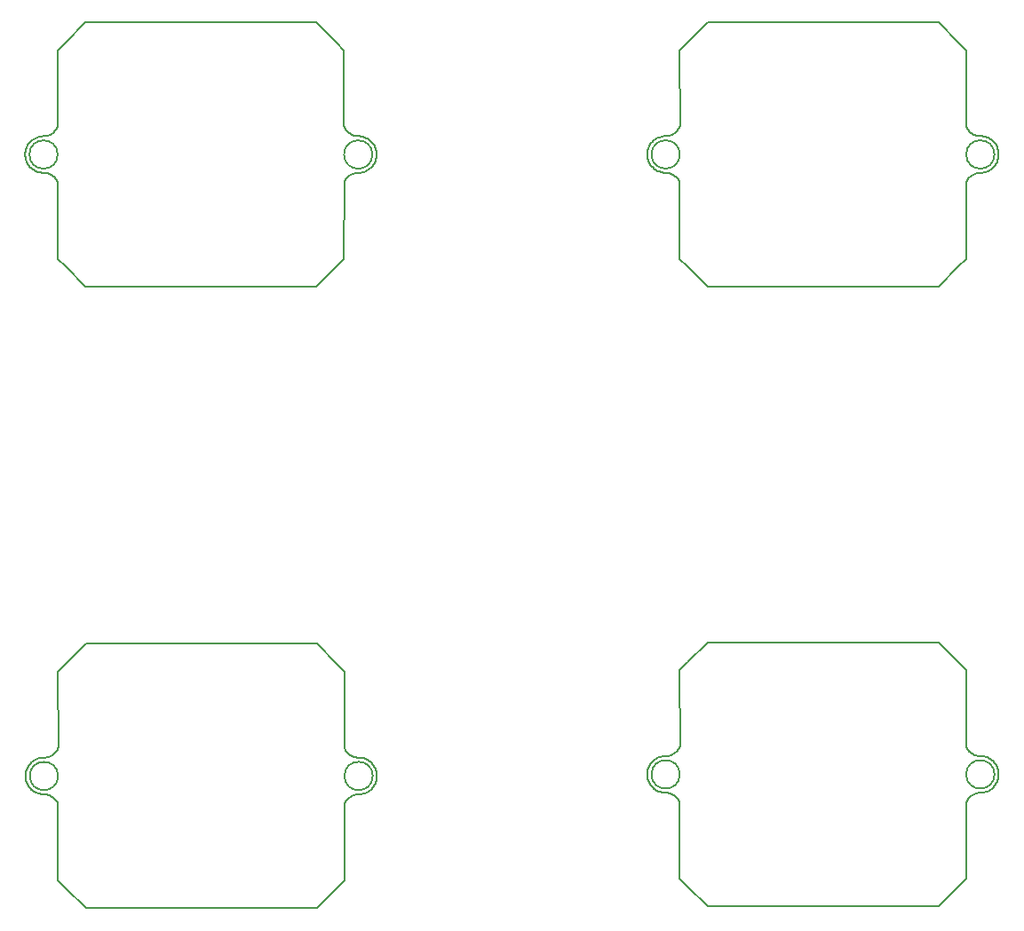
<source format=gm1>
G04 #@! TF.GenerationSoftware,KiCad,Pcbnew,7.0.7*
G04 #@! TF.CreationDate,2023-10-04T16:42:28-06:00*
G04 #@! TF.ProjectId,Modular_Interfaces,4d6f6475-6c61-4725-9f49-6e7465726661,rev?*
G04 #@! TF.SameCoordinates,Original*
G04 #@! TF.FileFunction,Profile,NP*
%FSLAX46Y46*%
G04 Gerber Fmt 4.6, Leading zero omitted, Abs format (unit mm)*
G04 Created by KiCad (PCBNEW 7.0.7) date 2023-10-04 16:42:28*
%MOMM*%
%LPD*%
G01*
G04 APERTURE LIST*
G04 #@! TA.AperFunction,Profile*
%ADD10C,0.150000*%
G04 #@! TD*
G04 #@! TA.AperFunction,Profile*
%ADD11C,0.200000*%
G04 #@! TD*
G04 APERTURE END LIST*
D10*
X139913222Y-113993076D02*
X139971962Y-114073989D01*
X108524830Y-116811199D02*
X108624746Y-116814770D01*
X140239817Y-55728812D02*
X140239754Y-55828799D01*
X167024574Y-113340894D02*
X166936152Y-113387572D01*
X199240713Y-115900237D02*
X199181871Y-115981076D01*
X106783519Y-115212118D02*
X106794984Y-115311445D01*
X166166734Y-56407388D02*
X166205729Y-56499456D01*
X106934810Y-114334955D02*
X106895931Y-114427073D01*
X139780831Y-116282023D02*
X139709061Y-116351639D01*
X137140500Y-65727700D02*
X136390500Y-66477700D01*
X109367809Y-117082702D02*
X109447012Y-117143717D01*
X140259016Y-115311445D02*
X140241897Y-115409955D01*
X107999398Y-57457378D02*
X108096128Y-57482685D01*
X108488330Y-57527699D02*
X108588246Y-57531270D01*
X197725807Y-54019456D02*
X197797000Y-54021200D01*
D11*
X199147000Y-114911200D02*
G75*
G03*
X199147000Y-114911200I-1350000J0D01*
G01*
D10*
X109891789Y-112359596D02*
X109854017Y-112452167D01*
X167303775Y-54092144D02*
X167208686Y-54123053D01*
X166850540Y-113439223D02*
X166768018Y-113495680D01*
X196876988Y-116993717D02*
X196802178Y-117060046D01*
X198476444Y-57383917D02*
X198383230Y-57420089D01*
X139849957Y-113915649D02*
X139913222Y-113993076D01*
X138887026Y-54073215D02*
X138983725Y-54098644D01*
X139635146Y-113706757D02*
X139710691Y-113772256D01*
X106834820Y-115507327D02*
X106863061Y-115603242D01*
X168912450Y-53500151D02*
X168845688Y-53574576D01*
X199529331Y-55523144D02*
X199540670Y-55622485D01*
X107204043Y-113915649D02*
X107140778Y-113993076D01*
X196564130Y-112478444D02*
X196620059Y-112561317D01*
X107940770Y-116710089D02*
X108035898Y-116740878D01*
X198093353Y-57495925D02*
X197994367Y-57510035D01*
X138884872Y-57482685D02*
X138786853Y-57502425D01*
X199460939Y-56313242D02*
X199427266Y-56407388D01*
X199427266Y-56407388D02*
X199388271Y-56499456D01*
X169079974Y-53251924D02*
X169029870Y-53338444D01*
X107629652Y-54254072D02*
X107544040Y-54305723D01*
X167894746Y-57524770D02*
X167994179Y-57535217D01*
X106943418Y-56595648D02*
X106992658Y-56682670D01*
X199546254Y-55822299D02*
X199540481Y-55922118D01*
X137350059Y-112711317D02*
X137411550Y-112790151D01*
X138823353Y-116785925D02*
X138724367Y-116800035D01*
X137125711Y-53076096D02*
X137163483Y-53168667D01*
X166475492Y-56918422D02*
X166543169Y-56992023D01*
X107140778Y-113993076D02*
X107082038Y-114073989D01*
X168189708Y-116716512D02*
X168284874Y-116747163D01*
X199345114Y-54955208D02*
X199389190Y-55044955D01*
X108130474Y-113356715D02*
X108033775Y-113382144D01*
X109591884Y-117281372D02*
X109656863Y-117357357D01*
X137199983Y-112452167D02*
X137244026Y-112541924D01*
X107756560Y-116632481D02*
X107847556Y-116673917D01*
X169897000Y-45071200D02*
X171797000Y-43171200D01*
X137244026Y-112541924D02*
X137294130Y-112628444D01*
X198903433Y-116267042D02*
X198824192Y-116328019D01*
X138529170Y-116811199D02*
X138429254Y-116814770D01*
X197797000Y-113161200D02*
X197896946Y-113164056D01*
X198288102Y-116590878D02*
X198191372Y-116616185D01*
X196432211Y-112209596D02*
X196469983Y-112302167D01*
X138159796Y-113264084D02*
X138257348Y-113285985D01*
X137819751Y-57694243D02*
X137732911Y-57743789D01*
X106794669Y-114813144D02*
X106783330Y-114912485D01*
X109773474Y-53258424D02*
X109723370Y-53344944D01*
X109667441Y-53427817D02*
X109605950Y-53506651D01*
X198825982Y-113495680D02*
X198905146Y-113556757D01*
X166104820Y-56217327D02*
X166133061Y-56313242D01*
X168697639Y-112848809D02*
X168617051Y-112907983D01*
D11*
X139840500Y-55777700D02*
G75*
G03*
X139840500Y-55777700I-1350000J0D01*
G01*
D10*
X167994179Y-116675217D02*
X168092656Y-116692492D01*
X197149351Y-53869051D02*
X197240350Y-53910466D01*
X197725807Y-113159456D02*
X197797000Y-113161200D01*
X197309126Y-116747163D02*
X197216299Y-116784298D01*
X107046787Y-56766737D02*
X107105629Y-56847576D01*
X193797000Y-102311200D02*
X191997000Y-102311200D01*
X169079974Y-112391924D02*
X169029870Y-112478444D01*
X193797000Y-127511200D02*
X171797000Y-127511200D01*
X198979061Y-57061639D02*
X198903433Y-57127042D01*
X138039126Y-116897163D02*
X137946299Y-116934298D01*
X168284874Y-57607163D02*
X168377701Y-57644298D01*
X198095533Y-54046851D02*
X198193526Y-54066715D01*
X139674191Y-54488756D02*
X139745873Y-54558463D01*
X199119957Y-54625649D02*
X199183222Y-54703076D01*
X166688854Y-113556757D02*
X166613309Y-113622256D01*
X140024842Y-115966170D02*
X139970713Y-116050237D01*
X139206444Y-116673917D02*
X139113230Y-116710089D01*
X167994179Y-57535217D02*
X168092656Y-57552492D01*
X140158069Y-114427073D02*
X140191622Y-114521262D01*
X140190939Y-115603242D02*
X140157266Y-115697388D01*
X106777683Y-115012312D02*
X106777746Y-115112299D01*
X108953521Y-53952033D02*
X108857704Y-53980584D01*
X138983725Y-54098644D02*
X139078814Y-54129553D01*
X169147000Y-65721200D02*
X169897000Y-66471200D01*
X171797000Y-43171200D02*
X191997000Y-43171200D01*
X196802178Y-117060046D02*
X196732116Y-117131372D01*
X199388271Y-115639456D02*
X199344082Y-115729148D01*
X140191622Y-114521262D02*
X140219742Y-114617212D01*
X138097792Y-57583012D02*
X138002626Y-57613663D01*
X168861884Y-57991372D02*
X168926863Y-58067357D01*
X169897000Y-125611200D02*
X171797000Y-127511200D01*
X106741183Y-55728812D02*
X106741246Y-55828799D01*
X108427054Y-113314056D02*
X108327435Y-113322616D01*
X139744331Y-56998523D02*
X139672561Y-57068139D01*
X199540670Y-55622485D02*
X199546317Y-55722312D01*
X166690567Y-57127042D02*
X166769808Y-57188019D01*
X198478482Y-54159343D02*
X198569426Y-54200894D01*
X140222516Y-56027945D02*
X140205397Y-56126455D01*
X137495678Y-57926546D02*
X137425616Y-57997872D01*
X197799170Y-116661199D02*
X197799170Y-116661199D01*
X109174649Y-113159051D02*
X109083650Y-113200466D01*
X196463821Y-117550359D02*
X196447000Y-124861200D01*
X167597435Y-113172616D02*
X167498467Y-113186851D01*
X168066652Y-113135985D02*
X167967826Y-113151133D01*
X199546317Y-55722312D02*
X199546254Y-55822299D01*
X139387848Y-113537572D02*
X139473460Y-113589223D01*
X139018102Y-116740878D02*
X138921372Y-116766185D01*
X108978374Y-57613663D02*
X109071201Y-57650798D01*
X196748312Y-53574576D02*
X196820028Y-53644238D01*
X168444649Y-53869051D02*
X168353650Y-53910466D01*
X198567440Y-57342481D02*
X198476444Y-57383917D01*
X136427000Y-104361200D02*
X134527000Y-102461200D01*
X198979061Y-116201639D02*
X198903433Y-116267042D01*
X199546317Y-114862312D02*
X199546254Y-114962299D01*
X196667137Y-117207357D02*
X196607547Y-117287638D01*
X168637809Y-57792702D02*
X168717012Y-57853717D01*
X195697000Y-45071200D02*
X193797000Y-43171200D01*
X137157321Y-58416859D02*
X137140500Y-65727700D01*
X196976949Y-53767983D02*
X197061412Y-53821481D01*
X169161789Y-112209596D02*
X169147000Y-104961200D01*
X166298015Y-114008124D02*
X166248886Y-114095208D01*
X137235647Y-117609548D02*
X137193821Y-117700359D01*
X166047746Y-114962299D02*
X166053519Y-115062118D01*
X137313559Y-53427817D02*
X137375050Y-53506651D01*
X197699254Y-116664770D02*
X197599821Y-116675217D01*
X199540481Y-115062118D02*
X199529016Y-115161445D01*
X167967826Y-113151133D02*
X167868193Y-113159456D01*
X166047683Y-114862312D02*
X166047746Y-114962299D01*
X107104278Y-54709576D02*
X107045538Y-54790489D01*
X106862378Y-114521262D02*
X106834258Y-114617212D01*
X109840500Y-45827700D02*
X110590500Y-45077700D01*
X139988342Y-56682670D02*
X139934213Y-56766737D01*
X139349422Y-57302415D02*
X139260940Y-57348981D01*
X166936152Y-54247572D02*
X166850540Y-54299223D01*
X107754574Y-113490894D02*
X107666152Y-113537572D01*
X108919708Y-116866512D02*
X109014874Y-116897163D01*
X137257630Y-53344944D02*
X137313559Y-53427817D01*
X140157266Y-115697388D02*
X140118271Y-115789456D01*
X168467749Y-116827743D02*
X168554589Y-116877289D01*
X197039411Y-116877289D02*
X196956191Y-116932702D01*
X166053519Y-55922118D02*
X166064984Y-56021445D01*
X106775603Y-56126455D02*
X106798320Y-56223827D01*
X107720060Y-57348981D02*
X107811056Y-57390417D01*
X167699263Y-57518469D02*
X167794830Y-57521199D01*
X140119190Y-114334955D02*
X140158069Y-114427073D01*
X106859431Y-55143573D02*
X106825878Y-55237762D01*
X197894737Y-116658469D02*
X197799170Y-116661199D01*
X197061412Y-112961481D02*
X197149351Y-113009051D01*
X198824192Y-57188019D02*
X198741599Y-57244372D01*
X137686191Y-117082702D02*
X137606988Y-117143717D01*
X199241962Y-54783989D02*
X199295985Y-54868124D01*
X108786156Y-57558992D02*
X108883208Y-57583012D01*
X106898310Y-55051455D02*
X106859431Y-55143573D01*
X167699263Y-116658469D02*
X167794830Y-116661199D01*
X198567440Y-116482481D02*
X198476444Y-116523917D01*
X108228467Y-113336851D02*
X108130474Y-113356715D01*
X196820028Y-53644238D02*
X196896361Y-53708809D01*
X140082690Y-55051455D02*
X140121569Y-55143573D01*
X199461622Y-114371262D02*
X199489742Y-114467212D01*
X168861884Y-117131372D02*
X168926863Y-117207357D01*
X166064669Y-55523144D02*
X166053330Y-55622485D01*
X138626946Y-113314056D02*
X138726565Y-113322616D01*
X109107701Y-116934298D02*
X109197749Y-116977743D01*
X196956191Y-116932702D02*
X196876988Y-116993717D01*
X139971962Y-114073989D02*
X140025985Y-114158124D01*
X199489742Y-55327212D02*
X199512336Y-55424613D01*
X140205836Y-55431113D02*
X140222831Y-55529644D01*
X168773972Y-53644238D02*
X168697639Y-53708809D01*
X166133061Y-56313242D02*
X166166734Y-56407388D01*
X166543169Y-56992023D02*
X166614939Y-57061639D01*
X138590446Y-54030556D02*
X138690065Y-54039116D01*
X108390554Y-54030556D02*
X108290935Y-54039116D01*
X166541627Y-113691963D02*
X166474043Y-113765649D01*
X168189708Y-57576512D02*
X168284874Y-57607163D01*
X196463821Y-58410359D02*
X196447000Y-65721200D01*
X109427639Y-112998809D02*
X109347051Y-113057983D01*
X107306809Y-54488756D02*
X107235127Y-54558463D01*
X166410778Y-54703076D02*
X166352038Y-54783989D01*
X138257348Y-113285985D02*
X138356174Y-113301133D01*
X169130179Y-58410359D02*
X169147000Y-65721200D01*
X198290225Y-54092144D02*
X198385314Y-54123053D01*
X198743460Y-113439223D02*
X198825982Y-113495680D01*
X198657848Y-113387572D02*
X198743460Y-113439223D01*
X107028015Y-114158124D02*
X106978886Y-114245208D01*
X198191372Y-57476185D02*
X198093353Y-57495925D01*
X139709061Y-116351639D02*
X139633433Y-116417042D01*
X109642450Y-112790151D02*
X109575688Y-112864576D01*
X107631578Y-57302415D02*
X107720060Y-57348981D01*
X197799170Y-57521199D02*
X197699254Y-57524770D01*
X167697054Y-113164056D02*
X167597435Y-113172616D01*
X139555982Y-113645680D02*
X139635146Y-113706757D01*
X199546254Y-114962299D02*
X199540481Y-115062118D01*
X110627000Y-104361200D02*
X112527000Y-102461200D01*
X107168992Y-56924922D02*
X107236669Y-56998523D01*
X167599633Y-116650035D02*
X167699263Y-116658469D01*
X166412129Y-56841076D02*
X166475492Y-56918422D01*
X139297440Y-116632481D02*
X139206444Y-116673917D01*
X197216299Y-116784298D02*
X197126251Y-116827743D01*
X108329633Y-116800035D02*
X108429263Y-116808469D01*
X138356174Y-113301133D02*
X138455807Y-113309456D01*
X166082103Y-115259955D02*
X166104820Y-115357327D01*
X106746830Y-55628985D02*
X106741183Y-55728812D01*
X196607547Y-117287638D02*
X196553632Y-117371836D01*
X166132378Y-55231262D02*
X166104258Y-55327212D01*
X109823679Y-58416859D02*
X109840500Y-65727700D01*
X137177000Y-105111200D02*
X136427000Y-104361200D01*
X110627000Y-125761200D02*
X112527000Y-127661200D01*
X198741599Y-57244372D02*
X198655922Y-57295915D01*
X108392763Y-57524969D02*
X108488330Y-57527699D01*
X109083650Y-113200466D02*
X108990021Y-113235533D01*
X166166734Y-115547388D02*
X166205729Y-115639456D01*
X108697826Y-113301133D02*
X108598193Y-113309456D01*
X137294130Y-112628444D02*
X137350059Y-112711317D01*
X137732911Y-57743789D02*
X137649691Y-57799202D01*
X199489180Y-115357327D02*
X199460939Y-115453242D01*
X138786853Y-57502425D02*
X138687867Y-57516535D01*
X166410778Y-113843076D02*
X166352038Y-113923989D01*
X138194844Y-57558992D02*
X138097792Y-57583012D01*
X109071201Y-57650798D02*
X109161249Y-57694243D01*
X198825982Y-54355680D02*
X198905146Y-54416757D01*
X138527000Y-113311200D02*
X138626946Y-113314056D01*
X137606988Y-117143717D02*
X137532178Y-117210046D01*
X106979918Y-115879148D02*
X107029158Y-115966170D01*
X167210770Y-57420089D02*
X167305898Y-57450878D01*
X198193526Y-113206715D02*
X198290225Y-113232144D01*
X198657848Y-54247572D02*
X198743460Y-54299223D01*
X198741599Y-116384372D02*
X198655922Y-116435915D01*
X166053330Y-114762485D02*
X166047683Y-114862312D01*
X199344082Y-56589148D02*
X199294842Y-56676170D01*
X168773972Y-112784238D02*
X168697639Y-112848809D01*
X166104258Y-114467212D02*
X166081664Y-114564613D01*
X196505647Y-117459548D02*
X196463821Y-117550359D01*
X140239754Y-55828799D02*
X140233981Y-55928618D01*
X196667137Y-58067357D02*
X196607547Y-58147638D01*
X109723370Y-53344944D02*
X109667441Y-53427817D01*
X197896946Y-113164056D02*
X197996565Y-113172616D01*
X139262926Y-54207394D02*
X139351348Y-54254072D01*
X166299158Y-56676170D02*
X166353287Y-56760237D01*
X134527000Y-127661200D02*
X112527000Y-127661200D01*
X137193821Y-117700359D02*
X137177000Y-125011200D01*
X137301047Y-58154138D02*
X137247132Y-58238336D01*
X106777746Y-115112299D02*
X106783519Y-115212118D01*
X166248886Y-114095208D02*
X166204810Y-114184955D01*
X167868193Y-113159456D02*
X167797000Y-113161200D01*
X138329821Y-116825217D02*
X138231344Y-116842492D01*
X134527000Y-102461200D02*
X132727000Y-102461200D01*
X168554589Y-116877289D02*
X168637809Y-116932702D01*
X199388271Y-56499456D02*
X199344082Y-56589148D01*
X199050831Y-56992023D02*
X198979061Y-57061639D01*
X140276317Y-115012312D02*
X140276254Y-115112299D01*
X166938078Y-116435915D02*
X167026560Y-116482481D01*
X107205492Y-116208422D02*
X107273169Y-116282023D01*
X168617051Y-53767983D02*
X168532588Y-53821481D01*
X139989485Y-54874624D02*
X140038614Y-54961708D01*
X168973941Y-112561317D02*
X168912450Y-112640151D01*
X199183222Y-113843076D02*
X199241962Y-113923989D01*
X109503972Y-112934238D02*
X109427639Y-112998809D01*
X197126251Y-57687743D02*
X197039411Y-57737289D01*
X109226088Y-53827981D02*
X109138149Y-53875551D01*
X137946299Y-116934298D02*
X137856251Y-116977743D01*
X107544040Y-54305723D02*
X107461518Y-54362180D01*
X140205397Y-56126455D02*
X140182680Y-56223827D01*
X199529016Y-56021445D02*
X199511897Y-56119955D01*
X166688854Y-54416757D02*
X166613309Y-54482256D01*
X106896734Y-115697388D02*
X106935729Y-115789456D01*
X106863061Y-115603242D02*
X106896734Y-115697388D01*
X169897000Y-66471200D02*
X171797000Y-68371200D01*
X199052373Y-54551963D02*
X199119957Y-54625649D01*
X197309126Y-57607163D02*
X197216299Y-57644298D01*
X109809974Y-112541924D02*
X109759870Y-112628444D01*
X199428069Y-114277073D02*
X199461622Y-114371262D01*
X196505647Y-58319548D02*
X196463821Y-58410359D01*
X167697054Y-54024056D02*
X167597435Y-54032616D01*
X198905146Y-113556757D02*
X198980691Y-113622256D01*
X137478312Y-112864576D02*
X137550028Y-112934238D01*
X108132628Y-116766185D02*
X108230647Y-116785925D01*
X109818353Y-117609548D02*
X109860179Y-117700359D01*
X166204810Y-114184955D02*
X166165931Y-114277073D01*
X107344939Y-116351639D02*
X107420567Y-116417042D01*
X198980691Y-113622256D02*
X199052373Y-113691963D01*
X167115518Y-54159343D02*
X167024574Y-54200894D01*
X139208482Y-113449343D02*
X139299426Y-113490894D01*
X168260021Y-113085533D02*
X168164204Y-113114084D01*
X167208686Y-113263053D02*
X167115518Y-113299343D01*
X198385314Y-113263053D02*
X198478482Y-113299343D01*
X106991515Y-54874624D02*
X106942386Y-54961708D01*
X107382354Y-54423257D02*
X107306809Y-54488756D01*
X168467749Y-57687743D02*
X168554589Y-57737289D01*
X139633433Y-116417042D02*
X139554192Y-116478019D01*
X139554192Y-116478019D02*
X139471599Y-116534372D01*
X108883208Y-57583012D02*
X108978374Y-57613663D01*
X168926863Y-117207357D02*
X168986453Y-117287638D01*
X167026560Y-116482481D02*
X167117556Y-116523917D01*
X138492670Y-57527699D02*
X138492670Y-57527699D01*
X138134292Y-116866512D02*
X138039126Y-116897163D01*
X167024574Y-54200894D02*
X166936152Y-54247572D01*
X198655922Y-57295915D02*
X198567440Y-57342481D01*
X196447000Y-65721200D02*
X195697000Y-66471200D01*
X138529170Y-116811199D02*
X138529170Y-116811199D01*
X198476444Y-116523917D02*
X198383230Y-116560089D01*
X110590500Y-45077700D02*
X112490500Y-43177700D01*
X169029870Y-53338444D02*
X168973941Y-53421317D01*
X198743460Y-54299223D02*
X198825982Y-54355680D01*
X166082103Y-56119955D02*
X166104820Y-56217327D01*
X196447000Y-45821200D02*
X195697000Y-45071200D01*
X108894204Y-113264084D02*
X108796652Y-113285985D01*
X109138149Y-53875551D02*
X109047150Y-53916966D01*
X167117556Y-116523917D02*
X167210770Y-116560089D01*
X140118271Y-115789456D02*
X140074082Y-115879148D01*
X197996565Y-54032616D02*
X198095533Y-54046851D01*
X138923526Y-113356715D02*
X139020225Y-113382144D01*
X109716453Y-117437638D02*
X109770368Y-117521836D01*
X197240350Y-53910466D02*
X197333979Y-53945533D01*
X139710691Y-113772256D02*
X139782373Y-113841963D01*
X106992658Y-56682670D02*
X107046787Y-56766737D01*
X198093353Y-116635925D02*
X197994367Y-116650035D01*
X138588237Y-57524969D02*
X138492670Y-57527699D01*
D11*
X109840500Y-55777700D02*
G75*
G03*
X109840500Y-55777700I-1350000J0D01*
G01*
D10*
X167303775Y-113232144D02*
X167208686Y-113263053D01*
X107343309Y-113772256D02*
X107271627Y-113841963D01*
X136427000Y-125761200D02*
X134527000Y-127661200D01*
X166053519Y-115062118D02*
X166064984Y-115161445D01*
X137550028Y-112934238D02*
X137626361Y-112998809D01*
X106797758Y-55333712D02*
X106775164Y-55431113D01*
X168377701Y-116784298D02*
X168467749Y-116827743D01*
X137247132Y-58238336D02*
X137199147Y-58326048D01*
X107718074Y-54207394D02*
X107629652Y-54254072D01*
X106775164Y-55431113D02*
X106758169Y-55529644D01*
X139875371Y-56847576D02*
X139812008Y-56924922D01*
X139385922Y-116585915D02*
X139297440Y-116632481D01*
X168926863Y-58067357D02*
X168986453Y-58147638D01*
X199489742Y-114467212D02*
X199512336Y-114564613D01*
X107167543Y-54632149D02*
X107104278Y-54709576D01*
X137513528Y-53650738D02*
X137589861Y-53715309D01*
X166249918Y-56589148D02*
X166299158Y-56676170D01*
X139672561Y-57068139D02*
X139596933Y-57133542D01*
X108687679Y-57541717D02*
X108786156Y-57558992D01*
X169161789Y-53069596D02*
X169124017Y-53162167D01*
X139517692Y-57194519D02*
X139435099Y-57250872D01*
X139848508Y-116208422D02*
X139780831Y-116282023D01*
X140182680Y-56223827D02*
X140154439Y-56319742D01*
X198905146Y-54416757D02*
X198980691Y-54482256D01*
X197501344Y-116692492D02*
X197404292Y-116716512D01*
X134490500Y-68377700D02*
X112490500Y-68377700D01*
X140270670Y-114912485D02*
X140276317Y-115012312D01*
X166850540Y-54299223D02*
X166768018Y-54355680D01*
X199428069Y-55137073D02*
X199461622Y-55231262D01*
X108661326Y-54017633D02*
X108561693Y-54025956D01*
X168912450Y-112640151D02*
X168845688Y-112714576D01*
X140120766Y-56413888D02*
X140081771Y-56505956D01*
X140081771Y-56505956D02*
X140037582Y-56595648D01*
X137163483Y-53168667D02*
X137207526Y-53258424D01*
X196976949Y-112907983D02*
X197061412Y-112961481D01*
X138220848Y-54002485D02*
X138319674Y-54017633D01*
X199118508Y-116058422D02*
X199050831Y-116132023D01*
X168284874Y-116747163D02*
X168377701Y-116784298D01*
X197994367Y-116650035D02*
X197894737Y-116658469D01*
X197061412Y-53821481D02*
X197149351Y-53869051D01*
X107809018Y-54165843D02*
X107718074Y-54207394D01*
X168845688Y-53574576D02*
X168773972Y-53644238D01*
X109485322Y-57926546D02*
X109555384Y-57997872D01*
X198095533Y-113186851D02*
X198193526Y-113206715D01*
X138002626Y-57613663D02*
X137909799Y-57650798D01*
X197126251Y-116827743D02*
X197039411Y-116877289D01*
X196432211Y-53069596D02*
X196447000Y-45821200D01*
X107271627Y-113841963D02*
X107204043Y-113915649D01*
X140276254Y-115112299D02*
X140270481Y-115212118D01*
X196447000Y-124861200D02*
X195697000Y-125611200D01*
X197996565Y-113172616D02*
X198095533Y-113186851D01*
X197149351Y-113009051D02*
X197240350Y-113050466D01*
X139970713Y-116050237D02*
X139911871Y-116131076D01*
X196732116Y-117131372D02*
X196667137Y-117207357D01*
X137909799Y-57650798D02*
X137819751Y-57694243D01*
X138429254Y-116814770D02*
X138329821Y-116825217D01*
X108490500Y-54027700D02*
X108390554Y-54030556D01*
X139171982Y-54165843D02*
X139262926Y-54207394D01*
X109840500Y-65727700D02*
X110590500Y-66477700D01*
X166543169Y-116132023D02*
X166614939Y-116201639D01*
X109759870Y-112628444D02*
X109703941Y-112711317D01*
X109014874Y-116897163D02*
X109107701Y-116934298D01*
X196956191Y-57792702D02*
X196876988Y-57853717D01*
X169161789Y-112209596D02*
X169124017Y-112302167D01*
X108822656Y-116842492D02*
X108919708Y-116866512D01*
X168353650Y-113050466D02*
X168260021Y-113085533D01*
X196681550Y-53500151D02*
X196748312Y-53574576D01*
X169040368Y-117371836D02*
X169088353Y-117459548D01*
X168637809Y-116932702D02*
X168717012Y-116993717D01*
X166205729Y-56499456D02*
X166249918Y-56589148D01*
X197333979Y-53945533D02*
X197429796Y-53974084D01*
X196469983Y-112302167D02*
X196514026Y-112391924D01*
X197626174Y-54011133D02*
X197725807Y-54019456D01*
X169147000Y-104961200D02*
X169897000Y-104211200D01*
X109891789Y-112359596D02*
X109877000Y-105111200D01*
X106899229Y-56505956D02*
X106943418Y-56595648D01*
X107845518Y-113449343D02*
X107754574Y-113490894D01*
X198824192Y-116328019D02*
X198741599Y-116384372D01*
X108724179Y-116825217D02*
X108822656Y-116842492D01*
X196681550Y-112640151D02*
X196748312Y-112714576D01*
X139813457Y-54632149D02*
X139876722Y-54709576D01*
X199294842Y-56676170D02*
X199240713Y-56760237D01*
X166205729Y-115639456D02*
X166249918Y-115729148D01*
D11*
X109877000Y-115061200D02*
G75*
G03*
X109877000Y-115061200I-1350000J0D01*
G01*
D10*
X197039411Y-57737289D02*
X196956191Y-57792702D01*
X169088353Y-58319548D02*
X169130179Y-58410359D01*
X197404292Y-116716512D02*
X197309126Y-116747163D01*
X166248886Y-54955208D02*
X166204810Y-55044955D01*
X109817517Y-53168667D02*
X109773474Y-53258424D01*
X106741246Y-55828799D02*
X106747019Y-55928618D01*
X197240350Y-113050466D02*
X197333979Y-113085533D01*
X110590500Y-66477700D02*
X112490500Y-68377700D01*
X196432211Y-53069596D02*
X196469983Y-53162167D01*
X139876722Y-54709576D02*
X139935462Y-54790489D01*
X108035898Y-116740878D02*
X108132628Y-116766185D01*
X166613309Y-113622256D02*
X166541627Y-113691963D01*
X166769808Y-116328019D02*
X166852401Y-116384372D01*
X199295985Y-114008124D02*
X199345114Y-114095208D01*
X137375050Y-53506651D02*
X137441812Y-53581076D01*
X109555384Y-57997872D02*
X109620363Y-58073857D01*
X108624746Y-116814770D02*
X108724179Y-116825217D01*
X166081664Y-55424613D02*
X166064669Y-55523144D01*
X166852401Y-116384372D02*
X166938078Y-116435915D01*
X108760152Y-54002485D02*
X108661326Y-54017633D01*
X199181871Y-56841076D02*
X199118508Y-56918422D01*
X139078814Y-54129553D02*
X139171982Y-54165843D01*
X198655922Y-116435915D02*
X198567440Y-116482481D01*
X166614939Y-116201639D02*
X166690567Y-116267042D01*
X167402628Y-116616185D02*
X167500647Y-116635925D01*
X108327435Y-113322616D02*
X108228467Y-113336851D01*
X137856251Y-116977743D02*
X137769411Y-117027289D01*
X199050831Y-116132023D02*
X198979061Y-116201639D01*
X107545901Y-57250872D02*
X107631578Y-57302415D01*
X108290935Y-54039116D02*
X108191967Y-54053351D01*
X107235127Y-54558463D02*
X107167543Y-54632149D01*
X167305898Y-57450878D02*
X167402628Y-57476185D01*
X197333979Y-113085533D02*
X197429796Y-113114084D01*
X134490500Y-43177700D02*
X132690500Y-43177700D01*
X166474043Y-113765649D02*
X166410778Y-113843076D01*
X108096128Y-57482685D02*
X108194147Y-57502425D01*
X138690065Y-54039116D02*
X138789033Y-54053351D01*
X109284589Y-117027289D02*
X109367809Y-117082702D01*
X196553632Y-117371836D02*
X196505647Y-117459548D01*
X196896361Y-53708809D02*
X196976949Y-53767983D01*
X166047746Y-55822299D02*
X166053519Y-55922118D01*
X197527348Y-53995985D02*
X197626174Y-54011133D01*
X199511897Y-56119955D02*
X199489180Y-56217327D01*
X109262588Y-113111481D02*
X109174649Y-113159051D01*
X167500647Y-57495925D02*
X167599633Y-57510035D01*
X195697000Y-125611200D02*
X193797000Y-127511200D01*
X166081664Y-114564613D02*
X166064669Y-114663144D01*
X137397137Y-117357357D02*
X137337547Y-117437638D01*
X197501344Y-57552492D02*
X197404292Y-57576512D01*
X167400474Y-113206715D02*
X167303775Y-113232144D01*
X137570488Y-57860217D02*
X137495678Y-57926546D01*
X106895931Y-114427073D02*
X106862378Y-114521262D01*
X198478482Y-113299343D02*
X198569426Y-113340894D01*
X197797000Y-54021200D02*
X197896946Y-54024056D01*
X137532178Y-117210046D02*
X137462116Y-117281372D01*
X138123296Y-53980584D02*
X138220848Y-54002485D01*
X166132378Y-114371262D02*
X166104258Y-114467212D01*
X196432211Y-112209596D02*
X196447000Y-104961200D01*
X167794830Y-116661199D02*
X167894746Y-116664770D01*
X199119957Y-113765649D02*
X199183222Y-113843076D01*
X140038614Y-54961708D02*
X140082690Y-55051455D01*
X140074082Y-115879148D02*
X140024842Y-115966170D01*
X197527348Y-113135985D02*
X197626174Y-113151133D01*
X137411550Y-112790151D02*
X137478312Y-112864576D01*
X139745873Y-54558463D02*
X139813457Y-54632149D01*
X197599821Y-57535217D02*
X197501344Y-57552492D01*
X140037582Y-56595648D02*
X139988342Y-56682670D01*
X199512336Y-55424613D02*
X199529331Y-55523144D01*
X166690567Y-116267042D02*
X166769808Y-116328019D01*
X198383230Y-116560089D02*
X198288102Y-116590878D01*
X107666152Y-113537572D02*
X107580540Y-113589223D01*
X166064669Y-114663144D02*
X166053330Y-114762485D01*
X199460939Y-115453242D02*
X199427266Y-115547388D01*
X107420567Y-116417042D02*
X107499808Y-116478019D01*
X138319674Y-54017633D02*
X138419307Y-54025956D01*
X138726565Y-113322616D02*
X138825533Y-113336851D01*
X169088353Y-117459548D02*
X169130179Y-117550359D01*
X140233981Y-55928618D02*
X140222516Y-56027945D01*
X108527000Y-113311200D02*
X108427054Y-113314056D01*
X109047150Y-53916966D02*
X108953521Y-53952033D01*
X106758484Y-56027945D02*
X106775603Y-56126455D01*
X137337547Y-117437638D02*
X137283632Y-117521836D01*
X109310551Y-53774483D02*
X109226088Y-53827981D01*
X139435099Y-57250872D02*
X139349422Y-57302415D01*
X107499808Y-116478019D02*
X107582401Y-116534372D01*
X108990021Y-113235533D02*
X108894204Y-113264084D01*
X140025985Y-114158124D02*
X140075114Y-114245208D01*
X167500647Y-116635925D02*
X167599633Y-116650035D01*
X137140500Y-45827700D02*
X136390500Y-45077700D01*
X109161249Y-57694243D02*
X109248089Y-57743789D01*
X138231344Y-116842492D02*
X138134292Y-116866512D01*
X140219180Y-115507327D02*
X140190939Y-115603242D01*
X138490500Y-54027700D02*
X138590446Y-54030556D01*
X199461622Y-55231262D02*
X199489742Y-55327212D01*
X106783330Y-114912485D02*
X106777683Y-115012312D01*
X166249918Y-115729148D02*
X166299158Y-115816170D01*
X196564130Y-53338444D02*
X196620059Y-53421317D01*
X167305898Y-116590878D02*
X167402628Y-116616185D01*
X138624737Y-116808469D02*
X138529170Y-116811199D01*
X140222831Y-55529644D02*
X140234170Y-55628985D01*
X196820028Y-112784238D02*
X196896361Y-112848809D01*
X140234170Y-55628985D02*
X140239817Y-55728812D01*
X137589861Y-53715309D02*
X137670449Y-53774483D01*
X137162211Y-112359596D02*
X137199983Y-112452167D01*
X139113230Y-116710089D02*
X139018102Y-116740878D01*
X138981602Y-57457378D02*
X138884872Y-57482685D01*
X199295985Y-54868124D02*
X199345114Y-54955208D01*
X168164204Y-113114084D02*
X168066652Y-113135985D01*
X169124017Y-53162167D02*
X169079974Y-53251924D01*
X139519482Y-54362180D02*
X139598646Y-54423257D01*
X199294842Y-115816170D02*
X199240713Y-115900237D01*
X166204810Y-55044955D02*
X166165931Y-55137073D01*
X167208686Y-54123053D02*
X167115518Y-54159343D01*
X107938686Y-113413053D02*
X107845518Y-113449343D01*
X167117556Y-57383917D02*
X167210770Y-57420089D01*
D11*
X199147000Y-55771200D02*
G75*
G03*
X199147000Y-55771200I-1350000J0D01*
G01*
D10*
X139596933Y-57133542D02*
X139517692Y-57194519D01*
X168532588Y-53821481D02*
X168444649Y-53869051D01*
X112490500Y-43177700D02*
X132690500Y-43177700D01*
X109521822Y-117210046D02*
X109591884Y-117281372D01*
X168092656Y-57552492D02*
X168189708Y-57576512D01*
X108230647Y-116785925D02*
X108329633Y-116800035D01*
D11*
X139877000Y-115061200D02*
G75*
G03*
X139877000Y-115061200I-1350000J0D01*
G01*
D10*
X199118508Y-56918422D02*
X199050831Y-56992023D01*
X137626361Y-112998809D02*
X137706949Y-113057983D01*
X137670449Y-53774483D02*
X137754912Y-53827981D01*
X107045538Y-54790489D02*
X106991515Y-54874624D01*
X196876988Y-57853717D02*
X196802178Y-57920046D01*
X166165931Y-114277073D02*
X166132378Y-114371262D01*
X166133061Y-115453242D02*
X166166734Y-115547388D01*
X168092656Y-116692492D02*
X168189708Y-116716512D01*
X107083287Y-116050237D02*
X107142129Y-116131076D01*
X109656863Y-117357357D02*
X109716453Y-117437638D01*
X167894746Y-116664770D02*
X167994179Y-116675217D01*
X199240713Y-56760237D02*
X199181871Y-56841076D01*
X109855289Y-53076096D02*
X109840500Y-45827700D01*
X109539188Y-53581076D02*
X109467472Y-53650738D01*
X167402628Y-57476185D02*
X167500647Y-57495925D01*
X198191372Y-116616185D02*
X198093353Y-116635925D01*
X140219742Y-114617212D02*
X140242336Y-114714613D01*
X169029870Y-112478444D02*
X168973941Y-112561317D01*
X199529331Y-114663144D02*
X199540670Y-114762485D01*
X107668078Y-116585915D02*
X107756560Y-116632481D01*
X112527000Y-102461200D02*
X132727000Y-102461200D01*
X168164204Y-53974084D02*
X168066652Y-53995985D01*
X139260940Y-57348981D02*
X139169944Y-57390417D01*
X195697000Y-104211200D02*
X193797000Y-102311200D01*
X140259331Y-114813144D02*
X140270670Y-114912485D01*
X166353287Y-115900237D02*
X166412129Y-115981076D01*
X167026560Y-57342481D02*
X167117556Y-57383917D01*
X139812008Y-56924922D02*
X139744331Y-56998523D01*
X109703941Y-112711317D02*
X109642450Y-112790151D01*
X168532588Y-112961481D02*
X168444649Y-113009051D01*
X106825878Y-55237762D02*
X106797758Y-55333712D01*
X107498018Y-113645680D02*
X107418854Y-113706757D01*
X169897000Y-104211200D02*
X171797000Y-102311200D01*
X196469983Y-53162167D02*
X196514026Y-53251924D01*
X167794830Y-57521199D02*
X167894746Y-57524770D01*
X108588246Y-57531270D02*
X108687679Y-57541717D01*
X138027479Y-53952033D02*
X138123296Y-53980584D01*
X196514026Y-112391924D02*
X196564130Y-112478444D01*
X196447000Y-104961200D02*
X195697000Y-104211200D01*
X138293321Y-57541717D02*
X138194844Y-57558992D01*
X199427266Y-115547388D02*
X199388271Y-115639456D01*
X108093974Y-54073215D02*
X107997275Y-54098644D01*
X107847556Y-116673917D02*
X107940770Y-116710089D01*
X138063979Y-113235533D02*
X138159796Y-113264084D01*
X140075114Y-114245208D02*
X140119190Y-114334955D01*
X109467472Y-53650738D02*
X109391139Y-53715309D01*
X166298015Y-54868124D02*
X166248886Y-54955208D01*
X137199147Y-58326048D02*
X137157321Y-58416859D01*
X168845688Y-112714576D02*
X168773972Y-112784238D01*
X197699254Y-57524770D02*
X197599821Y-57535217D01*
X199344082Y-115729148D02*
X199294842Y-115816170D01*
X198569426Y-54200894D02*
X198657848Y-54247572D01*
X196620059Y-112561317D02*
X196681550Y-112640151D01*
X137162211Y-112359596D02*
X137177000Y-105111200D01*
X136390500Y-45077700D02*
X134490500Y-43177700D01*
X166541627Y-54551963D02*
X166474043Y-54625649D01*
X137425616Y-57997872D02*
X137360637Y-58073857D01*
X109331309Y-57799202D02*
X109410512Y-57860217D01*
X168066652Y-53995985D02*
X167967826Y-54011133D01*
X136390500Y-66477700D02*
X134490500Y-68377700D01*
X140155122Y-55237762D02*
X140183242Y-55333712D01*
X109733868Y-58238336D02*
X109781853Y-58326048D01*
X107029158Y-115966170D02*
X107083287Y-116050237D01*
X106798320Y-56223827D02*
X106826561Y-56319742D01*
X139782373Y-113841963D02*
X139849957Y-113915649D01*
X199540670Y-114762485D02*
X199546317Y-114862312D01*
X166769808Y-57188019D02*
X166852401Y-57244372D01*
X137360637Y-58073857D02*
X137301047Y-58154138D01*
X137177000Y-125011200D02*
X136427000Y-125761200D01*
X166613309Y-54482256D02*
X166541627Y-54551963D01*
X138724367Y-116800035D02*
X138624737Y-116808469D01*
X107082038Y-114073989D02*
X107028015Y-114158124D01*
X197216299Y-57644298D02*
X197126251Y-57687743D01*
X109391139Y-53715309D02*
X109310551Y-53774483D01*
X108598193Y-113309456D02*
X108527000Y-113311200D01*
X193797000Y-68371200D02*
X171797000Y-68371200D01*
X137283632Y-117521836D02*
X137235647Y-117609548D01*
X106860234Y-56413888D02*
X106899229Y-56505956D01*
X166047683Y-55722312D02*
X166047746Y-55822299D01*
X139598646Y-54423257D02*
X139674191Y-54488756D01*
X137706949Y-113057983D02*
X137791412Y-113111481D01*
X197429796Y-113114084D02*
X197527348Y-113135985D01*
X168791822Y-117060046D02*
X168861884Y-117131372D01*
X137649691Y-57799202D02*
X137570488Y-57860217D01*
X167797000Y-113161200D02*
X167697054Y-113164056D01*
X196802178Y-57920046D02*
X196732116Y-57991372D01*
X199052373Y-113691963D02*
X199119957Y-113765649D01*
X166299158Y-115816170D02*
X166353287Y-115900237D01*
X167115518Y-113299343D02*
X167024574Y-113340894D01*
X107811056Y-57390417D02*
X107904270Y-57426589D01*
X167400474Y-54066715D02*
X167303775Y-54092144D01*
X109447012Y-117143717D02*
X109521822Y-117210046D01*
X166053330Y-55622485D02*
X166047683Y-55722312D01*
X166352038Y-113923989D02*
X166298015Y-114008124D01*
X109781853Y-58326048D02*
X109823679Y-58416859D01*
X107142129Y-116131076D02*
X107205492Y-116208422D01*
X108857704Y-53980584D02*
X108760152Y-54002485D01*
X199489180Y-56217327D02*
X199460939Y-56313242D01*
X196514026Y-53251924D02*
X196564130Y-53338444D01*
X199389190Y-55044955D02*
X199428069Y-55137073D01*
X137933850Y-53916966D02*
X138027479Y-53952033D01*
X139934213Y-56766737D02*
X139875371Y-56847576D01*
X167597435Y-54032616D02*
X167498467Y-54046851D01*
X109855289Y-53076096D02*
X109817517Y-53168667D01*
X168697639Y-53708809D02*
X168617051Y-53767983D01*
X107308439Y-57068139D02*
X107384067Y-57133542D01*
X199540481Y-55922118D02*
X199529016Y-56021445D01*
X199241962Y-113923989D02*
X199295985Y-114008124D01*
D11*
X169147000Y-55771200D02*
G75*
G03*
X169147000Y-55771200I-1350000J0D01*
G01*
D10*
X196748312Y-112714576D02*
X196820028Y-112784238D01*
X166768018Y-113495680D02*
X166688854Y-113556757D01*
X198903433Y-57127042D02*
X198824192Y-57188019D01*
X169161789Y-53069596D02*
X169147000Y-45821200D01*
X107902186Y-54129553D02*
X107809018Y-54165843D01*
X197429796Y-53974084D02*
X197527348Y-53995985D01*
X166064984Y-115161445D02*
X166082103Y-115259955D01*
X137125711Y-53076096D02*
X137140500Y-45827700D01*
X106758169Y-55529644D02*
X106746830Y-55628985D01*
X199183222Y-54703076D02*
X199241962Y-54783989D01*
X167797000Y-54021200D02*
X167697054Y-54024056D01*
X106794984Y-115311445D02*
X106812103Y-115409955D01*
X109854017Y-112452167D02*
X109809974Y-112541924D01*
X138492670Y-57527699D02*
X138392754Y-57531270D01*
X169124017Y-112302167D02*
X169079974Y-112391924D01*
X138921372Y-116766185D02*
X138823353Y-116785925D01*
X107236669Y-56998523D02*
X107308439Y-57068139D01*
X137970350Y-113200466D02*
X138063979Y-113235533D01*
X198569426Y-113340894D02*
X198657848Y-113387572D01*
X107461518Y-54362180D02*
X107382354Y-54423257D01*
X109248089Y-57743789D02*
X109331309Y-57799202D01*
X137842851Y-53875551D02*
X137933850Y-53916966D01*
X107580540Y-113589223D02*
X107498018Y-113645680D01*
X166936152Y-113387572D02*
X166850540Y-113439223D01*
X166353287Y-56760237D02*
X166412129Y-56841076D01*
X138455807Y-113309456D02*
X138527000Y-113311200D01*
X139473460Y-113589223D02*
X139555982Y-113645680D01*
X138392754Y-57531270D02*
X138293321Y-57541717D01*
X109620363Y-58073857D02*
X109679953Y-58154138D01*
X167498467Y-113186851D02*
X167400474Y-113206715D01*
X107105629Y-56847576D02*
X107168992Y-56924922D01*
X137879351Y-113159051D02*
X137970350Y-113200466D01*
X168717012Y-57853717D02*
X168791822Y-57920046D01*
X107384067Y-57133542D02*
X107463308Y-57194519D01*
X139076730Y-57426589D02*
X138981602Y-57457378D01*
X108561693Y-54025956D02*
X108490500Y-54027700D01*
X106826561Y-56319742D02*
X106860234Y-56413888D01*
X107418854Y-113706757D02*
X107343309Y-113772256D01*
X198288102Y-57450878D02*
X198191372Y-57476185D01*
X166104820Y-115357327D02*
X166133061Y-115453242D01*
X108429263Y-116808469D02*
X108524830Y-116811199D01*
X167967826Y-54011133D02*
X167868193Y-54019456D01*
X199345114Y-114095208D02*
X199389190Y-114184955D01*
X197799170Y-116661199D02*
X197699254Y-116664770D01*
X108033775Y-113382144D02*
X107938686Y-113413053D01*
X139436960Y-54305723D02*
X139519482Y-54362180D01*
X107582401Y-116534372D02*
X107668078Y-116585915D01*
X107997275Y-54098644D02*
X107902186Y-54129553D01*
X166475492Y-116058422D02*
X166543169Y-116132023D01*
X169147000Y-124861200D02*
X169897000Y-125611200D01*
X169040368Y-58231836D02*
X169088353Y-58319548D01*
X167498467Y-54046851D02*
X167400474Y-54066715D01*
X106942386Y-54961708D02*
X106898310Y-55051455D01*
X169147000Y-45821200D02*
X169897000Y-45071200D01*
X138419307Y-54025956D02*
X138490500Y-54027700D01*
X140183242Y-55333712D02*
X140205836Y-55431113D01*
X167599633Y-57510035D02*
X167699263Y-57518469D01*
X166064984Y-56021445D02*
X166082103Y-56119955D01*
X166614939Y-57061639D02*
X166690567Y-57127042D01*
X166474043Y-54625649D02*
X166410778Y-54703076D01*
X139020225Y-113382144D02*
X139115314Y-113413053D01*
X197626174Y-113151133D02*
X197725807Y-113159456D01*
X109679953Y-58154138D02*
X109733868Y-58238336D01*
X196553632Y-58231836D02*
X196505647Y-58319548D01*
X106747019Y-55928618D02*
X106758484Y-56027945D01*
X168554589Y-57737289D02*
X168637809Y-57792702D01*
X106834258Y-114617212D02*
X106811664Y-114714613D01*
X139169944Y-57390417D02*
X139076730Y-57426589D01*
X168717012Y-116993717D02*
X168791822Y-117060046D01*
X197599821Y-116675217D02*
X197501344Y-116692492D01*
X199181871Y-115981076D02*
X199118508Y-116058422D01*
X166352038Y-54783989D02*
X166298015Y-54868124D01*
X139115314Y-113413053D02*
X139208482Y-113449343D01*
X198385314Y-54123053D02*
X198478482Y-54159343D01*
X168260021Y-53945533D02*
X168164204Y-53974084D01*
X168973941Y-53421317D02*
X168912450Y-53500151D01*
X198290225Y-113232144D02*
X198385314Y-113263053D01*
X139471599Y-116534372D02*
X139385922Y-116585915D01*
X107904270Y-57426589D02*
X107999398Y-57457378D01*
X196620059Y-53421317D02*
X196681550Y-53500151D01*
X137791412Y-113111481D02*
X137879351Y-113159051D01*
X199389190Y-114184955D02*
X199428069Y-114277073D01*
X196607547Y-58147638D02*
X196553632Y-58231836D01*
X197799170Y-57521199D02*
X197799170Y-57521199D01*
X168353650Y-53910466D02*
X168260021Y-53945533D01*
X139299426Y-113490894D02*
X139387848Y-113537572D01*
X138825533Y-113336851D02*
X138923526Y-113356715D01*
X166412129Y-115981076D02*
X166475492Y-116058422D01*
X109575688Y-112864576D02*
X109503972Y-112934238D01*
X107463308Y-57194519D02*
X107545901Y-57250872D01*
X106812103Y-115409955D02*
X106834820Y-115507327D01*
X109347051Y-113057983D02*
X109262588Y-113111481D01*
X166768018Y-54355680D02*
X166688854Y-54416757D01*
X197894737Y-57518469D02*
X197799170Y-57521199D01*
X196732116Y-57991372D02*
X196667137Y-58067357D01*
X109197749Y-116977743D02*
X109284589Y-117027289D01*
X140270481Y-115212118D02*
X140259016Y-115311445D01*
X193797000Y-43171200D02*
X191997000Y-43171200D01*
X138687867Y-57516535D02*
X138588237Y-57524969D01*
X108293133Y-57516535D02*
X108392763Y-57524969D01*
X197404292Y-57576512D02*
X197309126Y-57607163D01*
X166938078Y-57295915D02*
X167026560Y-57342481D01*
X167868193Y-54019456D02*
X167797000Y-54021200D01*
X168444649Y-113009051D02*
X168353650Y-113050466D01*
X140121569Y-55143573D02*
X140155122Y-55237762D01*
X139935462Y-54790489D02*
X139989485Y-54874624D01*
X195697000Y-66471200D02*
X193797000Y-68371200D01*
X109877000Y-105111200D02*
X110627000Y-104361200D01*
X106978886Y-114245208D02*
X106934810Y-114334955D01*
X137441812Y-53581076D02*
X137513528Y-53650738D01*
X109770368Y-117521836D02*
X109818353Y-117609548D01*
X168377701Y-57644298D02*
X168467749Y-57687743D01*
X108796652Y-113285985D02*
X108697826Y-113301133D01*
X109605950Y-53506651D02*
X109539188Y-53581076D01*
X108194147Y-57502425D02*
X108293133Y-57516535D01*
X107273169Y-116282023D02*
X107344939Y-116351639D01*
X168617051Y-112907983D02*
X168532588Y-112961481D01*
X166165931Y-55137073D02*
X166132378Y-55231262D01*
X106935729Y-115789456D02*
X106979918Y-115879148D01*
X168986453Y-117287638D02*
X169040368Y-117371836D01*
X198383230Y-57420089D02*
X198288102Y-57450878D01*
X140154439Y-56319742D02*
X140120766Y-56413888D01*
X139911871Y-116131076D02*
X139848508Y-116208422D01*
X106811664Y-114714613D02*
X106794669Y-114813144D01*
X198193526Y-54066715D02*
X198290225Y-54092144D01*
X139351348Y-54254072D02*
X139436960Y-54305723D01*
X109877000Y-125011200D02*
X110627000Y-125761200D01*
X197896946Y-54024056D02*
X197996565Y-54032616D01*
X137754912Y-53827981D02*
X137842851Y-53875551D01*
X168791822Y-57920046D02*
X168861884Y-57991372D01*
X169130179Y-117550359D02*
X169147000Y-124861200D01*
X197994367Y-57510035D02*
X197894737Y-57518469D01*
X137769411Y-117027289D02*
X137686191Y-117082702D01*
X137207526Y-53258424D02*
X137257630Y-53344944D01*
X199529016Y-115161445D02*
X199511897Y-115259955D01*
X140242336Y-114714613D02*
X140259331Y-114813144D01*
X196896361Y-112848809D02*
X196976949Y-112907983D01*
X198980691Y-54482256D02*
X199052373Y-54551963D01*
X166104258Y-55327212D02*
X166081664Y-55424613D01*
X109860179Y-117700359D02*
X109877000Y-125011200D01*
X167210770Y-116560089D02*
X167305898Y-116590878D01*
X109410512Y-57860217D02*
X109485322Y-57926546D01*
X108191967Y-54053351D02*
X108093974Y-54073215D01*
D11*
X169147000Y-114911200D02*
G75*
G03*
X169147000Y-114911200I-1350000J0D01*
G01*
D10*
X140241897Y-115409955D02*
X140219180Y-115507327D01*
X171797000Y-102311200D02*
X191997000Y-102311200D01*
X166852401Y-57244372D02*
X166938078Y-57295915D01*
X199512336Y-114564613D02*
X199529331Y-114663144D01*
X138789033Y-54053351D02*
X138887026Y-54073215D01*
X199511897Y-115259955D02*
X199489180Y-115357327D01*
X168986453Y-58147638D02*
X169040368Y-58231836D01*
X137462116Y-117281372D02*
X137397137Y-117357357D01*
M02*

</source>
